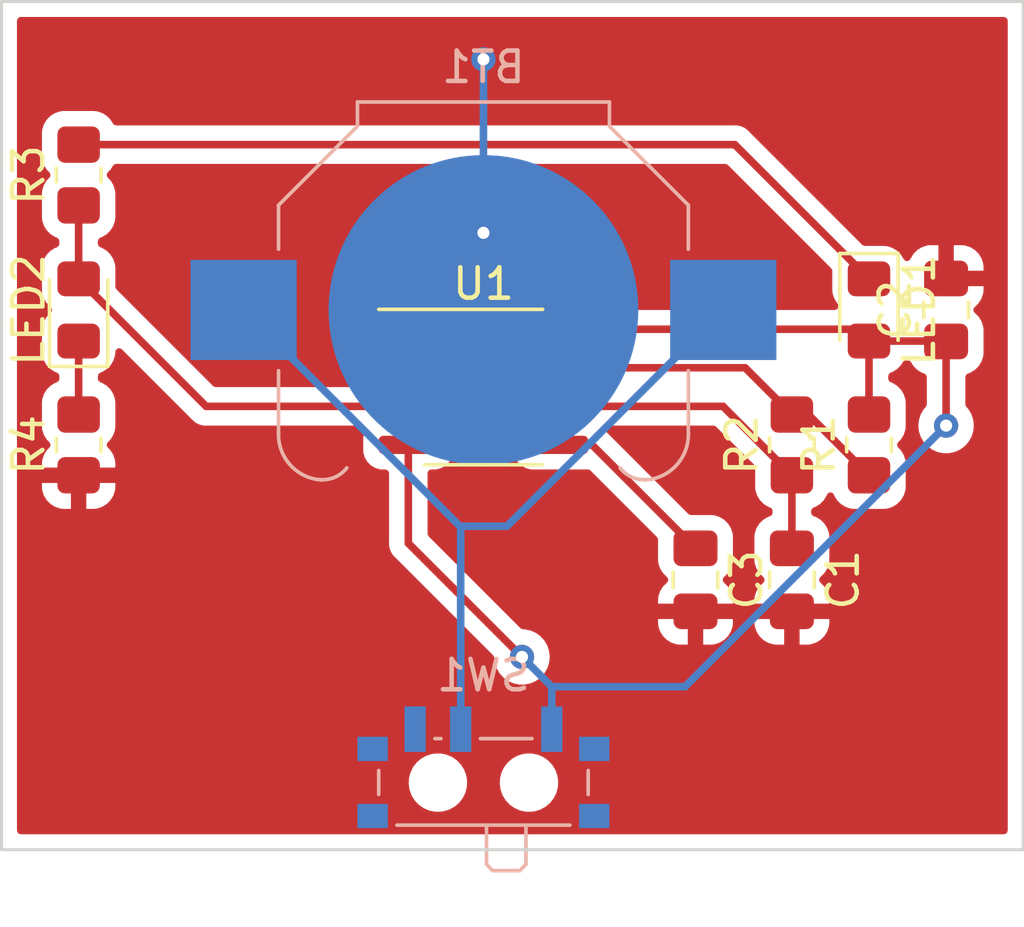
<source format=kicad_pcb>
(kicad_pcb (version 20211014) (generator pcbnew)
  (layers (0 "F.Cu" signal) (31 "B.Cu" signal) (34 "B.Paste" user) (35 "F.Paste" user) (36 "B.SilkS" user "B.Silkscreen") (37 "F.SilkS" user "F.Silkscreen") (38 "B.Mask" user) (39 "F.Mask" user) (44 "Edge.Cuts" user))
  (net 0 "")
  (net 1 "Net-(BT1-Pad1)")
  (net 2 "GND")
  (net 3 "Net-(C1-Pad1)")
  (net 4 "/3V")
  (net 5 "Net-(C3-Pad1)")
  (net 6 "Net-(LED1-Pad1)")
  (net 7 "Net-(LED2-Pad1)")
  (net 8 "Net-(LED2-Pad2)")
  (net 9 "Net-(R1-Pad1)")
  (footprint "Resistor_SMD:R_0805_2012Metric_Pad1.20x1.40mm_HandSolder" (layer "F.Cu") (at 81.28 47.625 90)
    (fp_text reference "R1" (at 0 -1.65 90) (layer "F.SilkS"))
    (fp_text value "10kΩ")
    (fp_line (start -0.227064 -0.735) (end 0.227064 -0.735) (layer "F.SilkS") (width 0.12))
    (fp_line (start -0.227064 0.735) (end 0.227064 0.735) (layer "F.SilkS") (width 0.12))
    (pad "1" smd roundrect (at -1 0 90) (size 1.2 1.4) (layers "F.Cu" "F.Paste" "F.Mask") (roundrect_rratio 0.208333) (net 9 "Net-(R1-Pad1)"))
    (pad "2" smd roundrect (at 1 0 90) (size 1.2 1.4) (layers "F.Cu" "F.Paste" "F.Mask") (roundrect_rratio 0.208333) (net 4 "/3V"))
  )
  (footprint "Package_SO:SOIC-8_3.9x4.9mm_P1.27mm" (layer "F.Cu") (at 68.58 45.72)
    (fp_text reference "U1" (at 0 -3.4) (layer "F.SilkS"))
    (fp_text value "NE555D")
    (fp_line (start 0 2.56) (end -1.95 2.56) (layer "F.SilkS") (width 0.12))
    (fp_line (start 0 -2.56) (end -3.45 -2.56) (layer "F.SilkS") (width 0.12))
    (fp_line (start 0 -2.56) (end 1.95 -2.56) (layer "F.SilkS") (width 0.12))
    (fp_line (start 0 2.56) (end 1.95 2.56) (layer "F.SilkS") (width 0.12))
    (pad "1" smd roundrect (at -2.475 -1.905) (size 1.95 0.6) (layers "F.Cu" "F.Paste" "F.Mask") (net 2 "GND"))
    (pad "2" smd roundrect (at -2.475 -0.635) (size 1.95 0.6) (layers "F.Cu" "F.Paste" "F.Mask") (net 3 "Net-(C1-Pad1)"))
    (pad "3" smd roundrect (at -2.475 0.635) (size 1.95 0.6) (layers "F.Cu" "F.Paste" "F.Mask") (net 8 "Net-(LED2-Pad2)"))
    (pad "4" smd roundrect (at -2.475 1.905) (size 1.95 0.6) (layers "F.Cu" "F.Paste" "F.Mask") (net 4 "/3V"))
    (pad "5" smd roundrect (at 2.475 1.905) (size 1.95 0.6) (layers "F.Cu" "F.Paste" "F.Mask") (net 5 "Net-(C3-Pad1)"))
    (pad "6" smd roundrect (at 2.475 0.635) (size 1.95 0.6) (layers "F.Cu" "F.Paste" "F.Mask") (net 3 "Net-(C1-Pad1)"))
    (pad "7" smd roundrect (at 2.475 -0.635) (size 1.95 0.6) (layers "F.Cu" "F.Paste" "F.Mask") (net 9 "Net-(R1-Pad1)"))
    (pad "8" smd roundrect (at 2.475 -1.905) (size 1.95 0.6) (layers "F.Cu" "F.Paste" "F.Mask") (net 4 "/3V"))
  )
  (footprint "Capacitor_SMD:C_0805_2012Metric_Pad1.18x1.45mm_HandSolder" (layer "F.Cu") (at 78.74 52.07 -90)
    (fp_text reference "C1" (at 0 -1.68 90) (layer "F.SilkS"))
    (fp_text value "300nF")
    (fp_line (start -0.261252 0.735) (end 0.261252 0.735) (layer "F.SilkS") (width 0.12))
    (fp_line (start -0.261252 -0.735) (end 0.261252 -0.735) (layer "F.SilkS") (width 0.12))
    (pad "1" smd roundrect (at -1.0375 0 270) (size 1.175 1.45) (layers "F.Cu" "F.Paste" "F.Mask") (roundrect_rratio 0.212766) (net 3 "Net-(C1-Pad1)"))
    (pad "2" smd roundrect (at 1.0375 0 270) (size 1.175 1.45) (layers "F.Cu" "F.Paste" "F.Mask") (roundrect_rratio 0.212766) (net 2 "GND"))
  )
  (footprint "Resistor_SMD:R_0805_2012Metric_Pad1.20x1.40mm_HandSolder" (layer "F.Cu") (at 55.245 38.735 90)
    (fp_text reference "R3" (at 0 -1.65 90) (layer "F.SilkS"))
    (fp_text value "200Ω")
    (fp_line (start -0.227064 0.735) (end 0.227064 0.735) (layer "F.SilkS") (width 0.12))
    (fp_line (start -0.227064 -0.735) (end 0.227064 -0.735) (layer "F.SilkS") (width 0.12))
    (pad "1" smd roundrect (at -1 0 90) (size 1.2 1.4) (layers "F.Cu" "F.Paste" "F.Mask") (roundrect_rratio 0.208333) (net 8 "Net-(LED2-Pad2)"))
    (pad "2" smd roundrect (at 1 0 90) (size 1.2 1.4) (layers "F.Cu" "F.Paste" "F.Mask") (roundrect_rratio 0.208333) (net 6 "Net-(LED1-Pad1)"))
  )
  (footprint "Resistor_SMD:R_0805_2012Metric_Pad1.20x1.40mm_HandSolder" (layer "F.Cu") (at 55.245 47.625 90)
    (fp_text reference "R4" (at 0 -1.65 90) (layer "F.SilkS"))
    (fp_text value "200Ω")
    (fp_line (start -0.227064 -0.735) (end 0.227064 -0.735) (layer "F.SilkS") (width 0.12))
    (fp_line (start -0.227064 0.735) (end 0.227064 0.735) (layer "F.SilkS") (width 0.12))
    (pad "1" smd roundrect (at -1 0 90) (size 1.2 1.4) (layers "F.Cu" "F.Paste" "F.Mask") (roundrect_rratio 0.208333) (net 2 "GND"))
    (pad "2" smd roundrect (at 1 0 90) (size 1.2 1.4) (layers "F.Cu" "F.Paste" "F.Mask") (roundrect_rratio 0.208333) (net 7 "Net-(LED2-Pad1)"))
  )
  (footprint "LED_SMD:LED_0805_2012Metric_Pad1.15x1.40mm_HandSolder" (layer "F.Cu") (at 55.245 43.18 90)
    (fp_text reference "LED2" (at 0 -1.65 90) (layer "F.SilkS"))
    (fp_text value "LED")
    (fp_line (start -1.86 -0.96) (end -1.86 0.96) (layer "F.SilkS") (width 0.12))
    (fp_line (start 1 -0.96) (end -1.86 -0.96) (layer "F.SilkS") (width 0.12))
    (fp_line (start -1.86 0.96) (end 1 0.96) (layer "F.SilkS") (width 0.12))
    (pad "1" smd roundrect (at -1.025 0 90) (size 1.15 1.4) (layers "F.Cu" "F.Paste" "F.Mask") (roundrect_rratio 0.217391) (net 7 "Net-(LED2-Pad1)"))
    (pad "2" smd roundrect (at 1.025 0 90) (size 1.15 1.4) (layers "F.Cu" "F.Paste" "F.Mask") (roundrect_rratio 0.217391) (net 8 "Net-(LED2-Pad2)"))
  )
  (footprint "Capacitor_SMD:C_0805_2012Metric_Pad1.18x1.45mm_HandSolder" (layer "F.Cu") (at 83.82 43.18 90)
    (fp_text reference "C2" (at 0 -1.68 90) (layer "F.SilkS"))
    (fp_text value "100nF")
    (fp_line (start -0.261252 -0.735) (end 0.261252 -0.735) (layer "F.SilkS") (width 0.12))
    (fp_line (start -0.261252 0.735) (end 0.261252 0.735) (layer "F.SilkS") (width 0.12))
    (pad "1" smd roundrect (at -1.0375 0 90) (size 1.175 1.45) (layers "F.Cu" "F.Paste" "F.Mask") (roundrect_rratio 0.212766) (net 4 "/3V"))
    (pad "2" smd roundrect (at 1.0375 0 90) (size 1.175 1.45) (layers "F.Cu" "F.Paste" "F.Mask") (roundrect_rratio 0.212766) (net 2 "GND"))
  )
  (footprint "Capacitor_SMD:C_0805_2012Metric_Pad1.18x1.45mm_HandSolder" (layer "F.Cu") (at 75.565 52.07 -90)
    (fp_text reference "C3" (at 0 -1.68 90) (layer "F.SilkS"))
    (fp_text value "100nF")
    (fp_line (start -0.261252 0.735) (end 0.261252 0.735) (layer "F.SilkS") (width 0.12))
    (fp_line (start -0.261252 -0.735) (end 0.261252 -0.735) (layer "F.SilkS") (width 0.12))
    (pad "1" smd roundrect (at -1.0375 0 270) (size 1.175 1.45) (layers "F.Cu" "F.Paste" "F.Mask") (roundrect_rratio 0.212766) (net 5 "Net-(C3-Pad1)"))
    (pad "2" smd roundrect (at 1.0375 0 270) (size 1.175 1.45) (layers "F.Cu" "F.Paste" "F.Mask") (roundrect_rratio 0.212766) (net 2 "GND"))
  )
  (footprint "LED_SMD:LED_0805_2012Metric_Pad1.15x1.40mm_HandSolder" (layer "F.Cu") (at 81.28 43.18 -90)
    (fp_text reference "LED1" (at 0 -1.65 90) (layer "F.SilkS"))
    (fp_text value "LED")
    (fp_line (start -1.86 0.96) (end 1 0.96) (layer "F.SilkS") (width 0.12))
    (fp_line (start -1.86 -0.96) (end -1.86 0.96) (layer "F.SilkS") (width 0.12))
    (fp_line (start 1 -0.96) (end -1.86 -0.96) (layer "F.SilkS") (width 0.12))
    (pad "1" smd roundrect (at -1.025 0 270) (size 1.15 1.4) (layers "F.Cu" "F.Paste" "F.Mask") (roundrect_rratio 0.217391) (net 6 "Net-(LED1-Pad1)"))
    (pad "2" smd roundrect (at 1.025 0 270) (size 1.15 1.4) (layers "F.Cu" "F.Paste" "F.Mask") (roundrect_rratio 0.217391) (net 4 "/3V"))
  )
  (footprint "Resistor_SMD:R_0805_2012Metric_Pad1.20x1.40mm_HandSolder" (layer "F.Cu") (at 78.74 47.625 90)
    (fp_text reference "R2" (at 0 -1.65 90) (layer "F.SilkS"))
    (fp_text value "1MΩ")
    (fp_line (start -0.227064 -0.735) (end 0.227064 -0.735) (layer "F.SilkS") (width 0.12))
    (fp_line (start -0.227064 0.735) (end 0.227064 0.735) (layer "F.SilkS") (width 0.12))
    (pad "1" smd roundrect (at -1 0 90) (size 1.2 1.4) (layers "F.Cu" "F.Paste" "F.Mask") (roundrect_rratio 0.208333) (net 3 "Net-(C1-Pad1)"))
    (pad "2" smd roundrect (at 1 0 90) (size 1.2 1.4) (layers "F.Cu" "F.Paste" "F.Mask") (roundrect_rratio 0.208333) (net 9 "Net-(R1-Pad1)"))
  )
  (footprint "Button_Switch_SMD:SW_SPDT_PCM12" (layer "B.Cu") (at 68.58 58.42 180)
    (fp_text reference "SW1" (at 0 3.2) (layer "B.SilkS") (effects (justify mirror)))
    (fp_text value "SW_SPDT")
    (fp_line (start -1.4 -1.73) (end -1.4 -3.02) (layer "B.SilkS") (width 0.12))
    (fp_line (start -1.2 -3.23) (end -0.3 -3.23) (layer "B.SilkS") (width 0.12))
    (fp_line (start -1.4 -3.02) (end -1.2 -3.23) (layer "B.SilkS") (width 0.12))
    (fp_line (start -0.1 -3.02) (end -0.1 -1.73) (layer "B.SilkS") (width 0.12))
    (fp_line (start -2.85 -1.73) (end 2.85 -1.73) (layer "B.SilkS") (width 0.12))
    (fp_line (start 1.4 1.12) (end 1.6 1.12) (layer "B.SilkS") (width 0.12))
    (fp_line (start -1.6 1.12) (end 0.1 1.12) (layer "B.SilkS") (width 0.12))
    (fp_line (start -0.1 -3.02) (end -0.3 -3.23) (layer "B.SilkS") (width 0.12))
    (fp_line (start 3.45 -0.72) (end 3.45 0.07) (layer "B.SilkS") (width 0.12))
    (fp_line (start -3.45 0.07) (end -3.45 -0.72) (layer "B.SilkS") (width 0.12))
    (pad "" smd rect (at -3.65 -1.43 180) (size 1 0.8) (layers "B.Cu" "B.Paste" "B.Mask"))
    (pad "" smd rect (at -3.65 0.78 180) (size 1 0.8) (layers "B.Cu" "B.Paste" "B.Mask"))
    (pad "" np_thru_hole circle (at -1.5 -0.33 180) (size 0.9 0.9) (drill 0.9) (layers *.Cu *.Mask))
    (pad "" smd rect (at 3.65 0.78 180) (size 1 0.8) (layers "B.Cu" "B.Paste" "B.Mask"))
    (pad "" smd rect (at 3.65 -1.43 180) (size 1 0.8) (layers "B.Cu" "B.Paste" "B.Mask"))
    (pad "" np_thru_hole circle (at 1.5 -0.33 180) (size 0.9 0.9) (drill 0.9) (layers *.Cu *.Mask))
    (pad "1" smd rect (at -2.25 1.43 180) (size 0.7 1.5) (layers "B.Cu" "B.Paste" "B.Mask") (net 4 "/3V"))
    (pad "2" smd rect (at 0.75 1.43 180) (size 0.7 1.5) (layers "B.Cu" "B.Paste" "B.Mask") (net 1 "Net-(BT1-Pad1)"))
    (pad "3" smd rect (at 2.25 1.43 180) (size 0.7 1.5) (layers "B.Cu" "B.Paste" "B.Mask"))
  )
  (footprint "Battery:BatteryHolder_Keystone_3000_1x12mm" (layer "B.Cu") (at 68.58 43.18 180)
    (fp_text reference "BT1" (at 0 8) (layer "B.SilkS") (effects (justify mirror)))
    (fp_text value "Battery_Cell")
    (fp_line (start 4.15 6.85) (end 4.15 6.05) (layer "B.SilkS") (width 0.12))
    (fp_line (start 4.15 6.05) (end 6.75 3.45) (layer "B.SilkS") (width 0.12))
    (fp_line (start -4.15 6.85) (end 4.15 6.85) (layer "B.SilkS") (width 0.12))
    (fp_line (start -6.75 3.45) (end -4.15 6.05) (layer "B.SilkS") (width 0.12))
    (fp_line (start -6.75 2) (end -6.75 3.45) (layer "B.SilkS") (width 0.12))
    (fp_line (start -6.75 -2) (end -6.75 -4.1) (layer "B.SilkS") (width 0.12))
    (fp_line (start 6.75 3.45) (end 6.75 2) (layer "B.SilkS") (width 0.12))
    (fp_line (start 6.75 -2) (end 6.75 -4.1) (layer "B.SilkS") (width 0.12))
    (fp_line (start -4.15 6.05) (end -4.15 6.85) (layer "B.SilkS") (width 0.12))
    (fp_arc (start -5.414615 -5.58416) (mid -4.90584 -5.514615) (end -4.5 -5.2) (layer "B.SilkS") (width 0.12))
    (fp_arc (start 5.3 -5.6) (mid 6.346016 -5.125305) (end 6.75 -4.05) (layer "B.SilkS") (width 0.12))
    (fp_arc (start 4.5 -5.2) (mid 4.90584 -5.514615) (end 5.414615 -5.58416) (layer "B.SilkS") (width 0.12))
    (fp_arc (start -6.75 -4.05) (mid -6.346016 -5.125305) (end -5.3 -5.6) (layer "B.SilkS") (width 0.12))
    (pad "1" smd rect (at -7.9 0 180) (size 3.5 3.3) (layers "B.Cu" "B.Paste" "B.Mask") (net 1 "Net-(BT1-Pad1)"))
    (pad "1" smd rect (at 7.9 0 180) (size 3.5 3.3) (layers "B.Cu" "B.Paste" "B.Mask") (net 1 "Net-(BT1-Pad1)"))
    (pad "2" smd circle (at 0 0 180) (size 10.2 10.2) (layers "B.Cu" "B.Mask") (net 2 "GND"))
  )
  (gr_rect (start 52.705 33.02) (end 86.36 60.96) (layer "Edge.Cuts") (width 0.1) (fill none))
  (segment (start 69.355 50.305) (end 67.805 50.305) (width 0.25) (layer "B.Cu") (net 1))
  (segment (start 60.68 43.18) (end 67.805 50.305) (width 0.25) (layer "B.Cu") (net 1))
  (segment (start 67.83 50.33) (end 67.805 50.305) (width 0.25) (layer "B.Cu") (net 1))
  (segment (start 67.83 56.99) (end 67.83 50.33) (width 0.25) (layer "B.Cu") (net 1))
  (segment (start 76.48 43.18) (end 69.355 50.305) (width 0.25) (layer "B.Cu") (net 1))
  (via (at 68.58 34.925) (size 0.8) (drill 0.4) (layers "F.Cu" "B.Cu") (net 2))
  (via (at 68.58 40.64) (size 0.8) (drill 0.4) (layers "F.Cu" "B.Cu") (net 2))
  (segment (start 68.58 40.64) (end 68.58 34.925) (width 0.25) (layer "B.Cu") (net 2))
  (segment (start 68.58 41.275) (end 68.58 40.64) (width 0.25) (layer "B.Cu") (net 2))
  (segment (start 68.58 43.18) (end 68.58 41.275) (width 0.25) (layer "B.Cu") (net 2))
  (segment (start 66.72952 45.70952) (end 70.40952 45.70952) (width 0.25) (layer "F.Cu") (net 3))
  (segment (start 70.40952 45.70952) (end 71.055 46.355) (width 0.25) (layer "F.Cu") (net 3))
  (segment (start 66.105 45.085) (end 66.72952 45.70952) (width 0.25) (layer "F.Cu") (net 3))
  (segment (start 78.74 48.625) (end 78.74 51.0325) (width 0.25) (layer "F.Cu") (net 3))
  (segment (start 78.74 48.625) (end 76.47 46.355) (width 0.25) (layer "F.Cu") (net 3))
  (segment (start 76.47 46.355) (end 71.055 46.355) (width 0.25) (layer "F.Cu") (net 3))
  (segment (start 80.89 43.815) (end 81.28 44.205) (width 0.25) (layer "F.Cu") (net 4))
  (segment (start 81.28 46.625) (end 81.28 44.205) (width 0.25) (layer "F.Cu") (net 4))
  (segment (start 83.82 44.2175) (end 83.82 46.99) (width 0.25) (layer "F.Cu") (net 4))
  (segment (start 81.28 44.205) (end 83.8075 44.205) (width 0.25) (layer "F.Cu") (net 4))
  (segment (start 83.8075 44.205) (end 83.82 44.2175) (width 0.25) (layer "F.Cu") (net 4))
  (segment (start 66.105 47.625) (end 66.105 50.865) (width 0.25) (layer "F.Cu") (net 4))
  (segment (start 66.105 50.865) (end 69.85 54.61) (width 0.25) (layer "F.Cu") (net 4))
  (segment (start 71.055 43.815) (end 80.89 43.815) (width 0.25) (layer "F.Cu") (net 4))
  (via (at 83.82 46.99) (size 0.8) (drill 0.4) (layers "F.Cu" "B.Cu") (net 4))
  (via (at 69.85 54.61) (size 0.8) (drill 0.4) (layers "F.Cu" "B.Cu") (net 4))
  (segment (start 75.22 55.59) (end 70.83 55.59) (width 0.25) (layer "B.Cu") (net 4))
  (segment (start 83.82 46.99) (end 75.22 55.59) (width 0.25) (layer "B.Cu") (net 4))
  (segment (start 70.83 56.99) (end 70.83 55.59) (width 0.25) (layer "B.Cu") (net 4))
  (segment (start 69.85 54.61) (end 70.83 55.59) (width 0.25) (layer "B.Cu") (net 4))
  (segment (start 75.565 51.0325) (end 72.1575 47.625) (width 0.25) (layer "F.Cu") (net 5))
  (segment (start 72.1575 47.625) (end 71.055 47.625) (width 0.25) (layer "F.Cu") (net 5))
  (segment (start 55.245 37.735) (end 76.86 37.735) (width 0.25) (layer "F.Cu") (net 6))
  (segment (start 76.86 37.735) (end 81.28 42.155) (width 0.25) (layer "F.Cu") (net 6))
  (segment (start 55.245 44.205) (end 55.245 46.625) (width 0.25) (layer "F.Cu") (net 7))
  (segment (start 66.105 46.355) (end 59.445 46.355) (width 0.25) (layer "F.Cu") (net 8))
  (segment (start 59.445 46.355) (end 55.245 42.155) (width 0.25) (layer "F.Cu") (net 8))
  (segment (start 55.245 42.155) (end 55.245 39.735) (width 0.25) (layer "F.Cu") (net 8))
  (segment (start 78.74 46.625) (end 79.28 46.625) (width 0.25) (layer "F.Cu") (net 9))
  (segment (start 78.74 46.625) (end 77.2 45.085) (width 0.25) (layer "F.Cu") (net 9))
  (segment (start 77.2 45.085) (end 71.055 45.085) (width 0.25) (layer "F.Cu") (net 9))
  (segment (start 79.28 46.625) (end 81.28 48.625) (width 0.25) (layer "F.Cu") (net 9))
  (zone (net 2) (net_name "GND") (layer "F.Cu") (connect_pads (clearance 0.508)) (min_thickness 0.254) (fill yes (thermal_gap 0.508) (thermal_bridge_width 0.508))
    (polygon (pts (xy 86.36 60.96) (xy 52.705 60.96) (xy 52.705 33.02) (xy 86.36 33.02)))
  )
)
</source>
